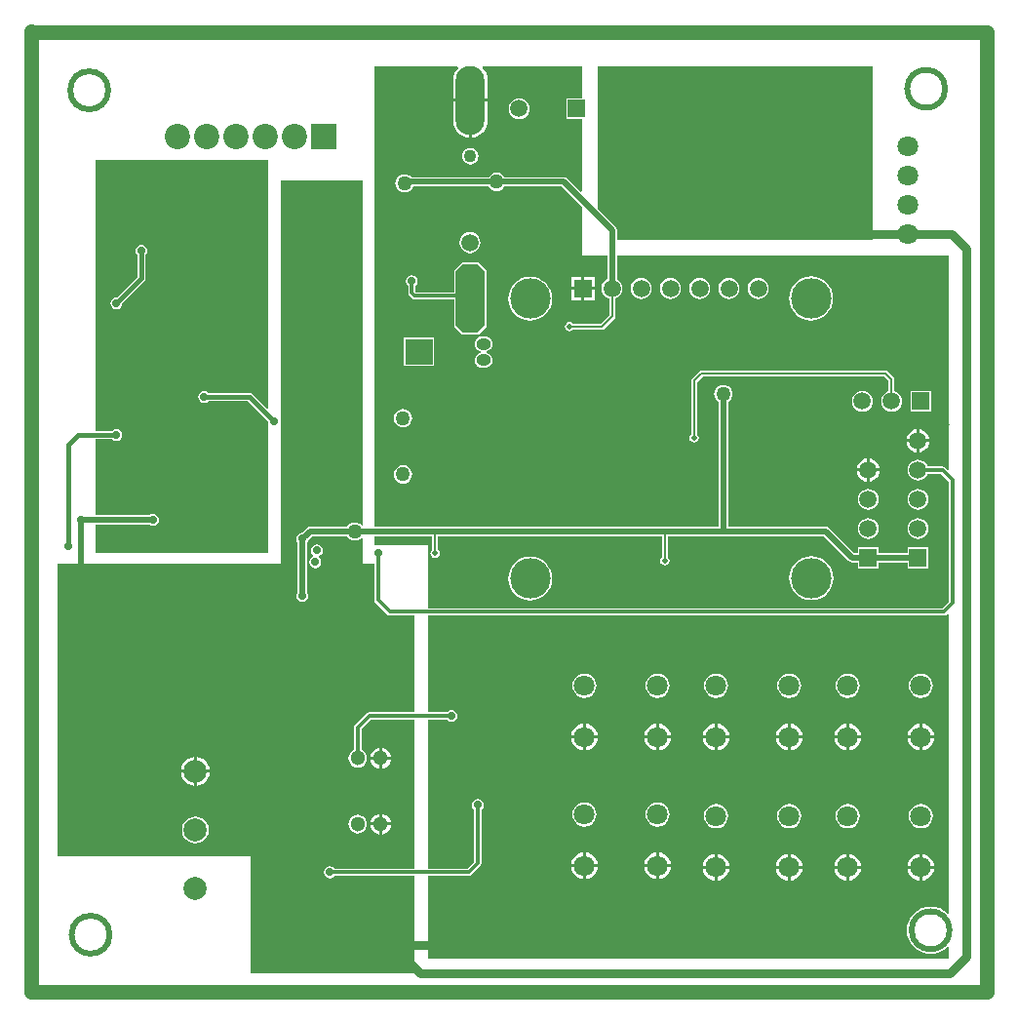
<source format=gbl>
G04*
G04 #@! TF.GenerationSoftware,Altium Limited,Altium Designer,20.0.1 (14)*
G04*
G04 Layer_Physical_Order=2*
G04 Layer_Color=16711680*
%FSLAX25Y25*%
%MOIN*%
G70*
G01*
G75*
%ADD11C,0.00800*%
%ADD14C,0.01200*%
%ADD19C,0.02000*%
%ADD20C,0.05000*%
%ADD81C,0.01500*%
%ADD82C,0.03000*%
%ADD86R,0.08661X0.08661*%
%ADD87C,0.08661*%
%ADD88C,0.07087*%
%ADD89C,0.05906*%
%ADD90R,0.05906X0.05906*%
%ADD91R,0.05906X0.05906*%
%ADD92O,0.05000X0.04000*%
%ADD93C,0.05118*%
%ADD94C,0.07874*%
%ADD95C,0.04331*%
%ADD96C,0.07087*%
%ADD97C,0.05000*%
%ADD98C,0.13780*%
%ADD99C,0.02800*%
%ADD100C,0.02000*%
%ADD101R,0.09213X0.08600*%
%ADD102O,0.09843X0.23622*%
G04:AMPARAMS|DCode=103|XSize=98.43mil|YSize=236.22mil|CornerRadius=0mil|HoleSize=0mil|Usage=FLASHONLY|Rotation=180.000|XOffset=0mil|YOffset=0mil|HoleType=Round|Shape=Octagon|*
%AMOCTAGOND103*
4,1,8,0.02461,-0.11811,-0.02461,-0.11811,-0.04921,-0.09350,-0.04921,0.09350,-0.02461,0.11811,0.02461,0.11811,0.04921,0.09350,0.04921,-0.09350,0.02461,-0.11811,0.0*
%
%ADD103OCTAGOND103*%

G36*
X188112Y-22447D02*
X182790D01*
Y-29553D01*
X188112D01*
Y-54152D01*
X187650Y-54343D01*
X183153Y-49847D01*
X182624Y-49493D01*
X182000Y-49369D01*
X161656D01*
X161211Y-48789D01*
X160563Y-48292D01*
X159809Y-47980D01*
X159000Y-47873D01*
X158191Y-47980D01*
X157437Y-48292D01*
X156789Y-48789D01*
X156344Y-49369D01*
X129772D01*
X129711Y-49289D01*
X129063Y-48792D01*
X128309Y-48480D01*
X127500Y-48373D01*
X126691Y-48480D01*
X125937Y-48792D01*
X125289Y-49289D01*
X124792Y-49937D01*
X124480Y-50691D01*
X124373Y-51500D01*
X124480Y-52309D01*
X124792Y-53063D01*
X125289Y-53711D01*
X125937Y-54208D01*
X126691Y-54520D01*
X127500Y-54627D01*
X128309Y-54520D01*
X129063Y-54208D01*
X129711Y-53711D01*
X130208Y-53063D01*
X130387Y-52631D01*
X156344D01*
X156789Y-53211D01*
X157437Y-53708D01*
X158191Y-54020D01*
X159000Y-54127D01*
X159809Y-54020D01*
X160563Y-53708D01*
X161211Y-53211D01*
X161656Y-52631D01*
X181324D01*
X188112Y-59419D01*
Y-76031D01*
X196808D01*
Y-84269D01*
X196647Y-84336D01*
X195905Y-84905D01*
X195336Y-85647D01*
X194978Y-86511D01*
X194856Y-87439D01*
X194978Y-88366D01*
X195336Y-89231D01*
X195905Y-89973D01*
X196647Y-90542D01*
X197480Y-90887D01*
Y-96578D01*
X194578Y-99480D01*
X185243D01*
X185153Y-99347D01*
X184624Y-98993D01*
X184000Y-98869D01*
X183376Y-98993D01*
X182846Y-99347D01*
X182493Y-99876D01*
X182369Y-100500D01*
X182493Y-101124D01*
X182846Y-101654D01*
X183376Y-102007D01*
X184000Y-102131D01*
X184624Y-102007D01*
X185153Y-101654D01*
X185243Y-101520D01*
X195000D01*
X195390Y-101442D01*
X195721Y-101221D01*
X199221Y-97721D01*
X199442Y-97390D01*
X199520Y-97000D01*
Y-90837D01*
X200231Y-90542D01*
X200973Y-89973D01*
X201542Y-89231D01*
X201900Y-88366D01*
X202022Y-87439D01*
X201900Y-86511D01*
X201542Y-85647D01*
X200973Y-84905D01*
X200231Y-84336D01*
X200070Y-84269D01*
Y-76031D01*
X313612D01*
Y-133531D01*
X313612D01*
X313759Y-133885D01*
X313612Y-134031D01*
Y-149229D01*
X313150Y-149420D01*
X312365Y-148635D01*
X311968Y-148370D01*
X311500Y-148276D01*
X306339D01*
X306103Y-147708D01*
X305534Y-146966D01*
X304792Y-146397D01*
X303927Y-146039D01*
X303000Y-145917D01*
X302073Y-146039D01*
X301208Y-146397D01*
X300466Y-146966D01*
X299897Y-147708D01*
X299539Y-148573D01*
X299417Y-149500D01*
X299539Y-150427D01*
X299897Y-151292D01*
X300466Y-152034D01*
X301208Y-152603D01*
X302073Y-152961D01*
X303000Y-153083D01*
X303927Y-152961D01*
X304792Y-152603D01*
X305534Y-152034D01*
X306103Y-151292D01*
X306339Y-150724D01*
X310993D01*
X313612Y-153342D01*
Y-194658D01*
X311493Y-196776D01*
X135612D01*
Y-175031D01*
X117112D01*
Y-172131D01*
X136980D01*
Y-176757D01*
X136846Y-176847D01*
X136493Y-177376D01*
X136369Y-178000D01*
X136493Y-178624D01*
X136846Y-179154D01*
X137376Y-179507D01*
X138000Y-179631D01*
X138624Y-179507D01*
X139154Y-179154D01*
X139507Y-178624D01*
X139631Y-178000D01*
X139507Y-177376D01*
X139154Y-176847D01*
X139020Y-176757D01*
Y-172131D01*
X215480D01*
Y-179257D01*
X215347Y-179347D01*
X214993Y-179876D01*
X214869Y-180500D01*
X214993Y-181124D01*
X215347Y-181653D01*
X215876Y-182007D01*
X216500Y-182131D01*
X217124Y-182007D01*
X217653Y-181653D01*
X218007Y-181124D01*
X218131Y-180500D01*
X218007Y-179876D01*
X217653Y-179347D01*
X217520Y-179257D01*
Y-172131D01*
X270824D01*
X279346Y-180654D01*
X279876Y-181007D01*
X280500Y-181131D01*
X282447D01*
Y-183053D01*
X289553D01*
Y-181131D01*
X299447D01*
Y-183053D01*
X306553D01*
Y-175947D01*
X299447D01*
Y-177869D01*
X289553D01*
Y-175947D01*
X282447D01*
Y-177869D01*
X281176D01*
X272654Y-169346D01*
X272124Y-168993D01*
X271500Y-168869D01*
X238131D01*
Y-126156D01*
X238711Y-125711D01*
X239208Y-125063D01*
X239520Y-124309D01*
X239627Y-123500D01*
X239520Y-122691D01*
X239208Y-121937D01*
X238711Y-121289D01*
X238063Y-120792D01*
X237309Y-120480D01*
X236500Y-120373D01*
X235691Y-120480D01*
X234937Y-120792D01*
X234289Y-121289D01*
X233792Y-121937D01*
X233480Y-122691D01*
X233373Y-123500D01*
X233480Y-124309D01*
X233792Y-125063D01*
X234289Y-125711D01*
X234869Y-126156D01*
Y-168869D01*
X117112D01*
Y-11531D01*
X145684D01*
X145852Y-12002D01*
X145793Y-12051D01*
X145053Y-12953D01*
X144503Y-13982D01*
X144164Y-15098D01*
X144050Y-16258D01*
Y-22648D01*
X150000D01*
X155950D01*
Y-16258D01*
X155836Y-15098D01*
X155497Y-13982D01*
X154947Y-12953D01*
X154207Y-12051D01*
X154148Y-12002D01*
X154316Y-11531D01*
X188112D01*
Y-22447D01*
D02*
G37*
G36*
X287500Y-71000D02*
X200070D01*
Y-67439D01*
X199946Y-66815D01*
X199592Y-66285D01*
X193500Y-60193D01*
Y-11500D01*
X287500D01*
Y-71000D01*
D02*
G37*
G36*
X81027Y-128427D02*
X80565Y-128618D01*
X75473Y-123527D01*
X75027Y-123228D01*
X74500Y-123124D01*
X60486D01*
X60442Y-123058D01*
X59780Y-122616D01*
X59000Y-122461D01*
X58220Y-122616D01*
X57558Y-123058D01*
X57116Y-123720D01*
X56961Y-124500D01*
X57116Y-125280D01*
X57558Y-125942D01*
X58220Y-126384D01*
X59000Y-126539D01*
X59780Y-126384D01*
X60442Y-125942D01*
X60486Y-125876D01*
X73930D01*
X80976Y-132923D01*
X80961Y-133000D01*
X81027Y-133331D01*
Y-177988D01*
X22027Y-177988D01*
Y-168131D01*
X40342D01*
X40720Y-168384D01*
X41500Y-168539D01*
X42280Y-168384D01*
X42942Y-167942D01*
X43384Y-167280D01*
X43539Y-166500D01*
X43384Y-165720D01*
X42942Y-165058D01*
X42280Y-164616D01*
X41500Y-164461D01*
X40720Y-164616D01*
X40342Y-164869D01*
X22027D01*
X22027Y-138876D01*
X27514D01*
X27558Y-138942D01*
X28220Y-139384D01*
X29000Y-139539D01*
X29780Y-139384D01*
X30442Y-138942D01*
X30884Y-138280D01*
X31039Y-137500D01*
X30884Y-136720D01*
X30442Y-136058D01*
X29780Y-135616D01*
X29000Y-135461D01*
X28220Y-135616D01*
X27558Y-136058D01*
X27514Y-136124D01*
X22027D01*
X22027Y-43488D01*
X81027Y-43488D01*
Y-128427D01*
D02*
G37*
G36*
X113365Y-168320D02*
X112865Y-168490D01*
X112711Y-168289D01*
X112063Y-167792D01*
X111309Y-167480D01*
X110500Y-167373D01*
X109691Y-167480D01*
X108937Y-167792D01*
X108289Y-168289D01*
X107844Y-168869D01*
X95217D01*
X94592Y-168993D01*
X94063Y-169346D01*
X92455Y-170955D01*
X92443Y-170972D01*
X91720Y-171116D01*
X91058Y-171558D01*
X90616Y-172220D01*
X90461Y-173000D01*
X90616Y-173780D01*
X90869Y-174158D01*
Y-191342D01*
X90616Y-191720D01*
X90461Y-192500D01*
X90616Y-193280D01*
X91058Y-193942D01*
X91720Y-194384D01*
X92500Y-194539D01*
X93280Y-194384D01*
X93942Y-193942D01*
X94384Y-193280D01*
X94539Y-192500D01*
X94384Y-191720D01*
X94131Y-191342D01*
Y-174158D01*
X94384Y-173780D01*
X94445Y-173473D01*
X94762Y-173262D01*
X95892Y-172131D01*
X107844D01*
X108289Y-172711D01*
X108937Y-173208D01*
X109691Y-173520D01*
X110500Y-173627D01*
X111309Y-173520D01*
X112063Y-173208D01*
X112711Y-172711D01*
X112865Y-172510D01*
X113365Y-172680D01*
Y-181365D01*
X117277D01*
Y-194000D01*
X117370Y-194468D01*
X117635Y-194865D01*
X121635Y-198865D01*
X122032Y-199130D01*
X122500Y-199223D01*
X130865D01*
Y-232277D01*
X115500D01*
X115032Y-232370D01*
X114635Y-232635D01*
X110635Y-236635D01*
X110370Y-237032D01*
X110276Y-237500D01*
Y-245088D01*
X109907Y-245241D01*
X109247Y-245747D01*
X108741Y-246407D01*
X108422Y-247175D01*
X108314Y-248000D01*
X108422Y-248825D01*
X108741Y-249593D01*
X109247Y-250253D01*
X109907Y-250759D01*
X110675Y-251078D01*
X111500Y-251186D01*
X112325Y-251078D01*
X113093Y-250759D01*
X113753Y-250253D01*
X114259Y-249593D01*
X114578Y-248825D01*
X114686Y-248000D01*
X114578Y-247175D01*
X114259Y-246407D01*
X113753Y-245747D01*
X113093Y-245241D01*
X112724Y-245088D01*
Y-238007D01*
X116007Y-234723D01*
X130865D01*
X130865Y-285776D01*
X103588D01*
X103442Y-285558D01*
X102780Y-285116D01*
X102000Y-284961D01*
X101220Y-285116D01*
X100558Y-285558D01*
X100116Y-286220D01*
X99961Y-287000D01*
X100116Y-287780D01*
X100558Y-288442D01*
X101220Y-288884D01*
X102000Y-289039D01*
X102780Y-288884D01*
X103442Y-288442D01*
X103588Y-288224D01*
X130865D01*
Y-321365D01*
X74865D01*
Y-281365D01*
X8865D01*
Y-181365D01*
X85365D01*
Y-50365D01*
X113365D01*
X113365Y-168320D01*
D02*
G37*
G36*
X313612Y-198771D02*
Y-300984D01*
X313141Y-301153D01*
X313067Y-301062D01*
X311835Y-300051D01*
X310428Y-299299D01*
X308902Y-298836D01*
X307315Y-298680D01*
X305728Y-298836D01*
X304202Y-299299D01*
X302795Y-300051D01*
X301562Y-301062D01*
X300551Y-302295D01*
X299799Y-303702D01*
X299336Y-305228D01*
X299180Y-306815D01*
X299336Y-308402D01*
X299799Y-309928D01*
X300551Y-311335D01*
X301562Y-312567D01*
X302795Y-313579D01*
X304202Y-314331D01*
X305728Y-314794D01*
X307315Y-314950D01*
X308902Y-314794D01*
X310428Y-314331D01*
X311835Y-313579D01*
X313067Y-312567D01*
X313141Y-312477D01*
X313612Y-312646D01*
Y-316531D01*
X135612D01*
Y-288224D01*
X149500D01*
X149968Y-288130D01*
X150365Y-287865D01*
X153365Y-284865D01*
X153630Y-284468D01*
X153724Y-284000D01*
Y-265588D01*
X153942Y-265442D01*
X154384Y-264780D01*
X154539Y-264000D01*
X154384Y-263220D01*
X153942Y-262558D01*
X153280Y-262116D01*
X152500Y-261961D01*
X151720Y-262116D01*
X151058Y-262558D01*
X150616Y-263220D01*
X150461Y-264000D01*
X150616Y-264780D01*
X151058Y-265442D01*
X151277Y-265588D01*
Y-283493D01*
X148993Y-285776D01*
X135612D01*
Y-234723D01*
X141912D01*
X142058Y-234942D01*
X142720Y-235384D01*
X143500Y-235539D01*
X144280Y-235384D01*
X144942Y-234942D01*
X145384Y-234280D01*
X145539Y-233500D01*
X145384Y-232720D01*
X144942Y-232058D01*
X144280Y-231616D01*
X143500Y-231461D01*
X142720Y-231616D01*
X142058Y-232058D01*
X141912Y-232277D01*
X135612D01*
Y-199223D01*
X312000D01*
X312468Y-199130D01*
X312865Y-198865D01*
X313150Y-198580D01*
X313612Y-198771D01*
D02*
G37*
%LPC*%
G36*
X166657Y-22417D02*
X165730Y-22539D01*
X164866Y-22897D01*
X164124Y-23466D01*
X163554Y-24208D01*
X163196Y-25073D01*
X163074Y-26000D01*
X163196Y-26927D01*
X163554Y-27792D01*
X164124Y-28534D01*
X164866Y-29103D01*
X165730Y-29461D01*
X166657Y-29583D01*
X167585Y-29461D01*
X168449Y-29103D01*
X169191Y-28534D01*
X169761Y-27792D01*
X170119Y-26927D01*
X170241Y-26000D01*
X170119Y-25073D01*
X169761Y-24208D01*
X169191Y-23466D01*
X168449Y-22897D01*
X167585Y-22539D01*
X166657Y-22417D01*
D02*
G37*
G36*
X155950Y-23648D02*
X150500D01*
Y-35939D01*
X151161Y-35873D01*
X152277Y-35535D01*
X153306Y-34985D01*
X154207Y-34245D01*
X154947Y-33343D01*
X155497Y-32315D01*
X155836Y-31199D01*
X155950Y-30038D01*
Y-23648D01*
D02*
G37*
G36*
X149500D02*
X144050D01*
Y-30038D01*
X144164Y-31199D01*
X144503Y-32315D01*
X145053Y-33343D01*
X145793Y-34245D01*
X146694Y-34985D01*
X147723Y-35535D01*
X148839Y-35873D01*
X149500Y-35939D01*
Y-23648D01*
D02*
G37*
G36*
X150000Y-39453D02*
X149278Y-39548D01*
X148605Y-39827D01*
X148028Y-40270D01*
X147584Y-40848D01*
X147306Y-41521D01*
X147211Y-42243D01*
X147306Y-42965D01*
X147584Y-43637D01*
X148028Y-44215D01*
X148605Y-44658D01*
X149278Y-44937D01*
X150000Y-45032D01*
X150722Y-44937D01*
X151395Y-44658D01*
X151972Y-44215D01*
X152416Y-43637D01*
X152694Y-42965D01*
X152789Y-42243D01*
X152694Y-41521D01*
X152416Y-40848D01*
X151972Y-40270D01*
X151395Y-39827D01*
X150722Y-39548D01*
X150000Y-39453D01*
D02*
G37*
G36*
X149902Y-68187D02*
X148974Y-68309D01*
X148110Y-68667D01*
X147368Y-69236D01*
X146798Y-69978D01*
X146440Y-70843D01*
X146318Y-71770D01*
X146440Y-72698D01*
X146798Y-73562D01*
X147368Y-74304D01*
X148110Y-74873D01*
X148974Y-75231D01*
X149902Y-75353D01*
X150829Y-75231D01*
X151693Y-74873D01*
X152435Y-74304D01*
X153005Y-73562D01*
X153363Y-72698D01*
X153485Y-71770D01*
X153363Y-70843D01*
X153005Y-69978D01*
X152435Y-69236D01*
X151693Y-68667D01*
X150829Y-68309D01*
X149902Y-68187D01*
D02*
G37*
G36*
X192392Y-83486D02*
X188939D01*
Y-86939D01*
X192392D01*
Y-83486D01*
D02*
G37*
G36*
X187939D02*
X184486D01*
Y-86939D01*
X187939D01*
Y-83486D01*
D02*
G37*
G36*
X152761Y-78454D02*
X147239D01*
X144479Y-81214D01*
Y-88776D01*
X131507D01*
X131223Y-88493D01*
Y-86588D01*
X131442Y-86442D01*
X131884Y-85780D01*
X132039Y-85000D01*
X131884Y-84220D01*
X131442Y-83558D01*
X130780Y-83116D01*
X130000Y-82961D01*
X129220Y-83116D01*
X128558Y-83558D01*
X128116Y-84220D01*
X127961Y-85000D01*
X128116Y-85780D01*
X128558Y-86442D01*
X128777Y-86588D01*
Y-89000D01*
X128870Y-89468D01*
X129135Y-89865D01*
X130135Y-90865D01*
X130532Y-91130D01*
X131000Y-91224D01*
X144479D01*
Y-100515D01*
X147239Y-103276D01*
X152761D01*
X155521Y-100515D01*
Y-81214D01*
X152761Y-78454D01*
D02*
G37*
G36*
X248439Y-83856D02*
X247512Y-83978D01*
X246647Y-84336D01*
X245905Y-84905D01*
X245336Y-85647D01*
X244978Y-86511D01*
X244856Y-87439D01*
X244978Y-88366D01*
X245336Y-89231D01*
X245905Y-89973D01*
X246647Y-90542D01*
X247512Y-90900D01*
X248439Y-91022D01*
X249366Y-90900D01*
X250231Y-90542D01*
X250973Y-89973D01*
X251542Y-89231D01*
X251900Y-88366D01*
X252022Y-87439D01*
X251900Y-86511D01*
X251542Y-85647D01*
X250973Y-84905D01*
X250231Y-84336D01*
X249366Y-83978D01*
X248439Y-83856D01*
D02*
G37*
G36*
X238439D02*
X237511Y-83978D01*
X236647Y-84336D01*
X235905Y-84905D01*
X235336Y-85647D01*
X234978Y-86511D01*
X234856Y-87439D01*
X234978Y-88366D01*
X235336Y-89231D01*
X235905Y-89973D01*
X236647Y-90542D01*
X237511Y-90900D01*
X238439Y-91022D01*
X239366Y-90900D01*
X240231Y-90542D01*
X240973Y-89973D01*
X241542Y-89231D01*
X241900Y-88366D01*
X242022Y-87439D01*
X241900Y-86511D01*
X241542Y-85647D01*
X240973Y-84905D01*
X240231Y-84336D01*
X239366Y-83978D01*
X238439Y-83856D01*
D02*
G37*
G36*
X228439D02*
X227512Y-83978D01*
X226647Y-84336D01*
X225905Y-84905D01*
X225336Y-85647D01*
X224978Y-86511D01*
X224856Y-87439D01*
X224978Y-88366D01*
X225336Y-89231D01*
X225905Y-89973D01*
X226647Y-90542D01*
X227512Y-90900D01*
X228439Y-91022D01*
X229366Y-90900D01*
X230231Y-90542D01*
X230973Y-89973D01*
X231542Y-89231D01*
X231900Y-88366D01*
X232022Y-87439D01*
X231900Y-86511D01*
X231542Y-85647D01*
X230973Y-84905D01*
X230231Y-84336D01*
X229366Y-83978D01*
X228439Y-83856D01*
D02*
G37*
G36*
X218439D02*
X217512Y-83978D01*
X216647Y-84336D01*
X215905Y-84905D01*
X215336Y-85647D01*
X214978Y-86511D01*
X214856Y-87439D01*
X214978Y-88366D01*
X215336Y-89231D01*
X215905Y-89973D01*
X216647Y-90542D01*
X217512Y-90900D01*
X218439Y-91022D01*
X219366Y-90900D01*
X220231Y-90542D01*
X220973Y-89973D01*
X221542Y-89231D01*
X221900Y-88366D01*
X222022Y-87439D01*
X221900Y-86511D01*
X221542Y-85647D01*
X220973Y-84905D01*
X220231Y-84336D01*
X219366Y-83978D01*
X218439Y-83856D01*
D02*
G37*
G36*
X208439D02*
X207511Y-83978D01*
X206647Y-84336D01*
X205905Y-84905D01*
X205336Y-85647D01*
X204978Y-86511D01*
X204856Y-87439D01*
X204978Y-88366D01*
X205336Y-89231D01*
X205905Y-89973D01*
X206647Y-90542D01*
X207511Y-90900D01*
X208439Y-91022D01*
X209366Y-90900D01*
X210231Y-90542D01*
X210973Y-89973D01*
X211542Y-89231D01*
X211900Y-88366D01*
X212022Y-87439D01*
X211900Y-86511D01*
X211542Y-85647D01*
X210973Y-84905D01*
X210231Y-84336D01*
X209366Y-83978D01*
X208439Y-83856D01*
D02*
G37*
G36*
X192392Y-87939D02*
X188939D01*
Y-91392D01*
X192392D01*
Y-87939D01*
D02*
G37*
G36*
X187939D02*
X184486D01*
Y-91392D01*
X187939D01*
Y-87939D01*
D02*
G37*
G36*
X266439Y-83291D02*
X264971Y-83435D01*
X263559Y-83864D01*
X262258Y-84559D01*
X261117Y-85495D01*
X260181Y-86636D01*
X259486Y-87937D01*
X259058Y-89349D01*
X258913Y-90817D01*
X259058Y-92285D01*
X259486Y-93697D01*
X260181Y-94998D01*
X261117Y-96139D01*
X262258Y-97075D01*
X263559Y-97770D01*
X264971Y-98198D01*
X266439Y-98343D01*
X267907Y-98198D01*
X269319Y-97770D01*
X270620Y-97075D01*
X271761Y-96139D01*
X272697Y-94998D01*
X273392Y-93697D01*
X273820Y-92285D01*
X273965Y-90817D01*
X273820Y-89349D01*
X273392Y-87937D01*
X272697Y-86636D01*
X271761Y-85495D01*
X270620Y-84559D01*
X269319Y-83864D01*
X267907Y-83435D01*
X266439Y-83291D01*
D02*
G37*
G36*
X170439Y-83413D02*
X168971Y-83558D01*
X167559Y-83986D01*
X166258Y-84681D01*
X165117Y-85617D01*
X164181Y-86758D01*
X163486Y-88059D01*
X163058Y-89471D01*
X162913Y-90939D01*
X163058Y-92407D01*
X163486Y-93819D01*
X164181Y-95120D01*
X165117Y-96261D01*
X166258Y-97197D01*
X167559Y-97892D01*
X168971Y-98320D01*
X170439Y-98465D01*
X171907Y-98320D01*
X173319Y-97892D01*
X174620Y-97197D01*
X175761Y-96261D01*
X176697Y-95120D01*
X177392Y-93819D01*
X177820Y-92407D01*
X177965Y-90939D01*
X177820Y-89471D01*
X177392Y-88059D01*
X176697Y-86758D01*
X175761Y-85617D01*
X174620Y-84681D01*
X173319Y-83986D01*
X171907Y-83558D01*
X170439Y-83413D01*
D02*
G37*
G36*
X137706Y-104200D02*
X127294D01*
Y-114000D01*
X137706D01*
Y-104200D01*
D02*
G37*
G36*
X155000Y-103778D02*
X154000D01*
X153321Y-103867D01*
X152689Y-104129D01*
X152146Y-104546D01*
X151729Y-105089D01*
X151467Y-105721D01*
X151378Y-106400D01*
X151467Y-107079D01*
X151729Y-107711D01*
X152146Y-108254D01*
X152689Y-108671D01*
X153321Y-108933D01*
X153433Y-108948D01*
Y-109452D01*
X153321Y-109467D01*
X152689Y-109729D01*
X152146Y-110146D01*
X151729Y-110689D01*
X151467Y-111321D01*
X151378Y-112000D01*
X151467Y-112679D01*
X151729Y-113311D01*
X152146Y-113854D01*
X152689Y-114271D01*
X153321Y-114533D01*
X154000Y-114622D01*
X155000D01*
X155679Y-114533D01*
X156311Y-114271D01*
X156854Y-113854D01*
X157271Y-113311D01*
X157533Y-112679D01*
X157622Y-112000D01*
X157533Y-111321D01*
X157271Y-110689D01*
X156854Y-110146D01*
X156311Y-109729D01*
X155679Y-109467D01*
X155567Y-109452D01*
Y-108948D01*
X155679Y-108933D01*
X156311Y-108671D01*
X156854Y-108254D01*
X157271Y-107711D01*
X157533Y-107079D01*
X157622Y-106400D01*
X157533Y-105721D01*
X157271Y-105089D01*
X156854Y-104546D01*
X156311Y-104129D01*
X155679Y-103867D01*
X155000Y-103778D01*
D02*
G37*
G36*
X307553Y-122447D02*
X300447D01*
Y-129553D01*
X307553D01*
Y-122447D01*
D02*
G37*
G36*
X292000Y-115480D02*
X229000D01*
X228610Y-115558D01*
X228279Y-115779D01*
X225779Y-118279D01*
X225558Y-118610D01*
X225480Y-119000D01*
Y-137257D01*
X225346Y-137346D01*
X224993Y-137876D01*
X224869Y-138500D01*
X224993Y-139124D01*
X225346Y-139654D01*
X225876Y-140007D01*
X226500Y-140131D01*
X227124Y-140007D01*
X227654Y-139654D01*
X228007Y-139124D01*
X228131Y-138500D01*
X228007Y-137876D01*
X227654Y-137346D01*
X227520Y-137257D01*
Y-119422D01*
X229422Y-117520D01*
X291578D01*
X292980Y-118922D01*
Y-122577D01*
X292208Y-122897D01*
X291466Y-123466D01*
X290897Y-124208D01*
X290539Y-125073D01*
X290417Y-126000D01*
X290539Y-126927D01*
X290897Y-127792D01*
X291466Y-128534D01*
X292208Y-129103D01*
X293073Y-129461D01*
X294000Y-129583D01*
X294927Y-129461D01*
X295792Y-129103D01*
X296534Y-128534D01*
X297103Y-127792D01*
X297461Y-126927D01*
X297583Y-126000D01*
X297461Y-125073D01*
X297103Y-124208D01*
X296534Y-123466D01*
X295792Y-122897D01*
X295020Y-122577D01*
Y-118500D01*
X294942Y-118110D01*
X294721Y-117779D01*
X292721Y-115779D01*
X292390Y-115558D01*
X292000Y-115480D01*
D02*
G37*
G36*
X284000Y-122417D02*
X283073Y-122539D01*
X282208Y-122897D01*
X281466Y-123466D01*
X280897Y-124208D01*
X280539Y-125073D01*
X280417Y-126000D01*
X280539Y-126927D01*
X280897Y-127792D01*
X281466Y-128534D01*
X282208Y-129103D01*
X283073Y-129461D01*
X284000Y-129583D01*
X284927Y-129461D01*
X285792Y-129103D01*
X286534Y-128534D01*
X287103Y-127792D01*
X287461Y-126927D01*
X287583Y-126000D01*
X287461Y-125073D01*
X287103Y-124208D01*
X286534Y-123466D01*
X285792Y-122897D01*
X284927Y-122539D01*
X284000Y-122417D01*
D02*
G37*
G36*
X127000Y-128661D02*
X126191Y-128767D01*
X125437Y-129080D01*
X124789Y-129576D01*
X124292Y-130224D01*
X123980Y-130978D01*
X123873Y-131787D01*
X123980Y-132597D01*
X124292Y-133351D01*
X124789Y-133998D01*
X125437Y-134495D01*
X126191Y-134808D01*
X127000Y-134914D01*
X127809Y-134808D01*
X128563Y-134495D01*
X129211Y-133998D01*
X129708Y-133351D01*
X130020Y-132597D01*
X130127Y-131787D01*
X130020Y-130978D01*
X129708Y-130224D01*
X129211Y-129576D01*
X128563Y-129080D01*
X127809Y-128767D01*
X127000Y-128661D01*
D02*
G37*
G36*
X303500Y-135579D02*
Y-139000D01*
X306921D01*
X306851Y-138468D01*
X306453Y-137507D01*
X305819Y-136681D01*
X304993Y-136047D01*
X304032Y-135649D01*
X303500Y-135579D01*
D02*
G37*
G36*
X302500D02*
X301968Y-135649D01*
X301007Y-136047D01*
X300181Y-136681D01*
X299547Y-137507D01*
X299149Y-138468D01*
X299079Y-139000D01*
X302500D01*
Y-135579D01*
D02*
G37*
G36*
X306921Y-140000D02*
X303500D01*
Y-143421D01*
X304032Y-143351D01*
X304993Y-142953D01*
X305819Y-142319D01*
X306453Y-141493D01*
X306851Y-140532D01*
X306921Y-140000D01*
D02*
G37*
G36*
X302500D02*
X299079D01*
X299149Y-140532D01*
X299547Y-141493D01*
X300181Y-142319D01*
X301007Y-142953D01*
X301968Y-143351D01*
X302500Y-143421D01*
Y-140000D01*
D02*
G37*
G36*
X286500Y-145579D02*
Y-149000D01*
X289921D01*
X289851Y-148468D01*
X289453Y-147507D01*
X288819Y-146681D01*
X287993Y-146047D01*
X287032Y-145649D01*
X286500Y-145579D01*
D02*
G37*
G36*
X285500D02*
X284968Y-145649D01*
X284007Y-146047D01*
X283181Y-146681D01*
X282547Y-147507D01*
X282149Y-148468D01*
X282079Y-149000D01*
X285500D01*
Y-145579D01*
D02*
G37*
G36*
X289921Y-150000D02*
X286500D01*
Y-153421D01*
X287032Y-153351D01*
X287993Y-152953D01*
X288819Y-152319D01*
X289453Y-151493D01*
X289851Y-150532D01*
X289921Y-150000D01*
D02*
G37*
G36*
X285500D02*
X282079D01*
X282149Y-150532D01*
X282547Y-151493D01*
X283181Y-152319D01*
X284007Y-152953D01*
X284968Y-153351D01*
X285500Y-153421D01*
Y-150000D01*
D02*
G37*
G36*
X127000Y-147873D02*
X126191Y-147980D01*
X125437Y-148292D01*
X124789Y-148789D01*
X124292Y-149437D01*
X123980Y-150191D01*
X123873Y-151000D01*
X123980Y-151809D01*
X124292Y-152563D01*
X124789Y-153211D01*
X125437Y-153708D01*
X126191Y-154020D01*
X127000Y-154127D01*
X127809Y-154020D01*
X128563Y-153708D01*
X129211Y-153211D01*
X129708Y-152563D01*
X130020Y-151809D01*
X130127Y-151000D01*
X130020Y-150191D01*
X129708Y-149437D01*
X129211Y-148789D01*
X128563Y-148292D01*
X127809Y-147980D01*
X127000Y-147873D01*
D02*
G37*
G36*
X303000Y-155917D02*
X302073Y-156039D01*
X301208Y-156397D01*
X300466Y-156966D01*
X299897Y-157708D01*
X299539Y-158573D01*
X299417Y-159500D01*
X299539Y-160427D01*
X299897Y-161292D01*
X300466Y-162034D01*
X301208Y-162603D01*
X302073Y-162961D01*
X303000Y-163083D01*
X303927Y-162961D01*
X304792Y-162603D01*
X305534Y-162034D01*
X306103Y-161292D01*
X306461Y-160427D01*
X306583Y-159500D01*
X306461Y-158573D01*
X306103Y-157708D01*
X305534Y-156966D01*
X304792Y-156397D01*
X303927Y-156039D01*
X303000Y-155917D01*
D02*
G37*
G36*
X286000D02*
X285073Y-156039D01*
X284208Y-156397D01*
X283466Y-156966D01*
X282897Y-157708D01*
X282539Y-158573D01*
X282417Y-159500D01*
X282539Y-160427D01*
X282897Y-161292D01*
X283466Y-162034D01*
X284208Y-162603D01*
X285073Y-162961D01*
X286000Y-163083D01*
X286927Y-162961D01*
X287792Y-162603D01*
X288534Y-162034D01*
X289103Y-161292D01*
X289461Y-160427D01*
X289583Y-159500D01*
X289461Y-158573D01*
X289103Y-157708D01*
X288534Y-156966D01*
X287792Y-156397D01*
X286927Y-156039D01*
X286000Y-155917D01*
D02*
G37*
G36*
X303000Y-165917D02*
X302073Y-166039D01*
X301208Y-166397D01*
X300466Y-166966D01*
X299897Y-167708D01*
X299539Y-168573D01*
X299417Y-169500D01*
X299539Y-170427D01*
X299897Y-171292D01*
X300466Y-172034D01*
X301208Y-172603D01*
X302073Y-172961D01*
X303000Y-173083D01*
X303927Y-172961D01*
X304792Y-172603D01*
X305534Y-172034D01*
X306103Y-171292D01*
X306461Y-170427D01*
X306583Y-169500D01*
X306461Y-168573D01*
X306103Y-167708D01*
X305534Y-166966D01*
X304792Y-166397D01*
X303927Y-166039D01*
X303000Y-165917D01*
D02*
G37*
G36*
X286000D02*
X285073Y-166039D01*
X284208Y-166397D01*
X283466Y-166966D01*
X282897Y-167708D01*
X282539Y-168573D01*
X282417Y-169500D01*
X282539Y-170427D01*
X282897Y-171292D01*
X283466Y-172034D01*
X284208Y-172603D01*
X285073Y-172961D01*
X286000Y-173083D01*
X286927Y-172961D01*
X287792Y-172603D01*
X288534Y-172034D01*
X289103Y-171292D01*
X289461Y-170427D01*
X289583Y-169500D01*
X289461Y-168573D01*
X289103Y-167708D01*
X288534Y-166966D01*
X287792Y-166397D01*
X286927Y-166039D01*
X286000Y-165917D01*
D02*
G37*
G36*
X266561Y-178913D02*
X265093Y-179058D01*
X263681Y-179486D01*
X262380Y-180181D01*
X261239Y-181117D01*
X260303Y-182258D01*
X259608Y-183559D01*
X259180Y-184971D01*
X259035Y-186439D01*
X259180Y-187907D01*
X259608Y-189319D01*
X260303Y-190620D01*
X261239Y-191761D01*
X262380Y-192697D01*
X263681Y-193392D01*
X265093Y-193820D01*
X266561Y-193965D01*
X268029Y-193820D01*
X269441Y-193392D01*
X270742Y-192697D01*
X271883Y-191761D01*
X272819Y-190620D01*
X273514Y-189319D01*
X273942Y-187907D01*
X274087Y-186439D01*
X273942Y-184971D01*
X273514Y-183559D01*
X272819Y-182258D01*
X271883Y-181117D01*
X270742Y-180181D01*
X269441Y-179486D01*
X268029Y-179058D01*
X266561Y-178913D01*
D02*
G37*
G36*
X170439Y-179035D02*
X168971Y-179180D01*
X167559Y-179608D01*
X166258Y-180303D01*
X165117Y-181239D01*
X164181Y-182380D01*
X163486Y-183681D01*
X163058Y-185093D01*
X162913Y-186561D01*
X163058Y-188029D01*
X163486Y-189441D01*
X164181Y-190742D01*
X165117Y-191883D01*
X166258Y-192819D01*
X167559Y-193514D01*
X168971Y-193942D01*
X170439Y-194087D01*
X171907Y-193942D01*
X173319Y-193514D01*
X174620Y-192819D01*
X175761Y-191883D01*
X176697Y-190742D01*
X177392Y-189441D01*
X177820Y-188029D01*
X177965Y-186561D01*
X177820Y-185093D01*
X177392Y-183681D01*
X176697Y-182380D01*
X175761Y-181239D01*
X174620Y-180303D01*
X173319Y-179608D01*
X171907Y-179180D01*
X170439Y-179035D01*
D02*
G37*
G36*
X37500Y-72461D02*
X36720Y-72616D01*
X36058Y-73058D01*
X35616Y-73720D01*
X35461Y-74500D01*
X35616Y-75280D01*
X36058Y-75942D01*
X36124Y-75986D01*
Y-83430D01*
X29077Y-90476D01*
X29000Y-90461D01*
X28220Y-90616D01*
X27558Y-91058D01*
X27116Y-91720D01*
X26961Y-92500D01*
X27116Y-93280D01*
X27558Y-93942D01*
X28220Y-94384D01*
X29000Y-94539D01*
X29780Y-94384D01*
X30442Y-93942D01*
X30884Y-93280D01*
X31039Y-92500D01*
X31024Y-92423D01*
X38473Y-84973D01*
X38473Y-84973D01*
X38772Y-84527D01*
X38877Y-84000D01*
X38876Y-84000D01*
Y-75986D01*
X38942Y-75942D01*
X39384Y-75280D01*
X39539Y-74500D01*
X39384Y-73720D01*
X38942Y-73058D01*
X38280Y-72616D01*
X37500Y-72461D01*
D02*
G37*
G36*
X97500Y-174961D02*
X96720Y-175116D01*
X96058Y-175558D01*
X95616Y-176220D01*
X95461Y-177000D01*
X95616Y-177780D01*
X96058Y-178442D01*
X96285Y-178593D01*
X96220Y-179116D01*
X95558Y-179558D01*
X95116Y-180220D01*
X94961Y-181000D01*
X95116Y-181780D01*
X95558Y-182442D01*
X96220Y-182884D01*
X97000Y-183039D01*
X97780Y-182884D01*
X98442Y-182442D01*
X98884Y-181780D01*
X99039Y-181000D01*
X98884Y-180220D01*
X98442Y-179558D01*
X98215Y-179407D01*
X98280Y-178884D01*
X98942Y-178442D01*
X99384Y-177780D01*
X99539Y-177000D01*
X99384Y-176220D01*
X98942Y-175558D01*
X98280Y-175116D01*
X97500Y-174961D01*
D02*
G37*
G36*
X119874Y-244476D02*
Y-247500D01*
X122898D01*
X122841Y-247071D01*
X122483Y-246205D01*
X121912Y-245462D01*
X121169Y-244891D01*
X120303Y-244533D01*
X119874Y-244476D01*
D02*
G37*
G36*
X118874D02*
X118445Y-244533D01*
X117579Y-244891D01*
X116836Y-245462D01*
X116265Y-246205D01*
X115907Y-247071D01*
X115850Y-247500D01*
X118874D01*
Y-244476D01*
D02*
G37*
G36*
X122898Y-248500D02*
X119874D01*
Y-251524D01*
X120303Y-251467D01*
X121169Y-251109D01*
X121912Y-250538D01*
X122483Y-249795D01*
X122841Y-248929D01*
X122898Y-248500D01*
D02*
G37*
G36*
X118874D02*
X115850D01*
X115907Y-248929D01*
X116265Y-249795D01*
X116836Y-250538D01*
X117579Y-251109D01*
X118445Y-251467D01*
X118874Y-251524D01*
Y-248500D01*
D02*
G37*
G36*
X56500Y-247586D02*
Y-252000D01*
X60914D01*
X60810Y-251211D01*
X60312Y-250010D01*
X59521Y-248979D01*
X58490Y-248187D01*
X57289Y-247690D01*
X56500Y-247586D01*
D02*
G37*
G36*
X55500D02*
X54711Y-247690D01*
X53510Y-248187D01*
X52479Y-248979D01*
X51688Y-250010D01*
X51190Y-251211D01*
X51086Y-252000D01*
X55500D01*
Y-247586D01*
D02*
G37*
G36*
X60914Y-253000D02*
X56500D01*
Y-257414D01*
X57289Y-257310D01*
X58490Y-256813D01*
X59521Y-256021D01*
X60312Y-254990D01*
X60810Y-253789D01*
X60914Y-253000D01*
D02*
G37*
G36*
X55500D02*
X51086D01*
X51190Y-253789D01*
X51688Y-254990D01*
X52479Y-256021D01*
X53510Y-256813D01*
X54711Y-257310D01*
X55500Y-257414D01*
Y-253000D01*
D02*
G37*
G36*
X119874Y-266976D02*
Y-270000D01*
X122898D01*
X122841Y-269571D01*
X122483Y-268705D01*
X121912Y-267962D01*
X121169Y-267391D01*
X120303Y-267033D01*
X119874Y-266976D01*
D02*
G37*
G36*
X118874D02*
X118445Y-267033D01*
X117579Y-267391D01*
X116836Y-267962D01*
X116265Y-268705D01*
X115907Y-269571D01*
X115850Y-270000D01*
X118874D01*
Y-266976D01*
D02*
G37*
G36*
X111500Y-267314D02*
X110675Y-267422D01*
X109907Y-267741D01*
X109247Y-268247D01*
X108741Y-268907D01*
X108422Y-269675D01*
X108314Y-270500D01*
X108422Y-271325D01*
X108741Y-272093D01*
X109247Y-272753D01*
X109907Y-273259D01*
X110675Y-273578D01*
X111500Y-273686D01*
X112325Y-273578D01*
X113093Y-273259D01*
X113753Y-272753D01*
X114259Y-272093D01*
X114578Y-271325D01*
X114686Y-270500D01*
X114578Y-269675D01*
X114259Y-268907D01*
X113753Y-268247D01*
X113093Y-267741D01*
X112325Y-267422D01*
X111500Y-267314D01*
D02*
G37*
G36*
X122898Y-271000D02*
X119874D01*
Y-274024D01*
X120303Y-273967D01*
X121169Y-273609D01*
X121912Y-273038D01*
X122483Y-272295D01*
X122841Y-271429D01*
X122898Y-271000D01*
D02*
G37*
G36*
X118874D02*
X115850D01*
X115907Y-271429D01*
X116265Y-272295D01*
X116836Y-273038D01*
X117579Y-273609D01*
X118445Y-273967D01*
X118874Y-274024D01*
Y-271000D01*
D02*
G37*
G36*
X56000Y-267924D02*
X54816Y-268080D01*
X53712Y-268537D01*
X52764Y-269264D01*
X52037Y-270212D01*
X51580Y-271316D01*
X51424Y-272500D01*
X51580Y-273684D01*
X52037Y-274788D01*
X52764Y-275736D01*
X53712Y-276463D01*
X54816Y-276920D01*
X56000Y-277076D01*
X57184Y-276920D01*
X58288Y-276463D01*
X59236Y-275736D01*
X59963Y-274788D01*
X60420Y-273684D01*
X60576Y-272500D01*
X60420Y-271316D01*
X59963Y-270212D01*
X59236Y-269264D01*
X58288Y-268537D01*
X57184Y-268080D01*
X56000Y-267924D01*
D02*
G37*
G36*
X214000Y-219071D02*
X212918Y-219213D01*
X211911Y-219631D01*
X211045Y-220295D01*
X210381Y-221161D01*
X209963Y-222168D01*
X209821Y-223250D01*
X209963Y-224332D01*
X210381Y-225340D01*
X211045Y-226205D01*
X211911Y-226869D01*
X212918Y-227287D01*
X214000Y-227429D01*
X215082Y-227287D01*
X216090Y-226869D01*
X216955Y-226205D01*
X217619Y-225340D01*
X218037Y-224332D01*
X218179Y-223250D01*
X218037Y-222168D01*
X217619Y-221161D01*
X216955Y-220295D01*
X216090Y-219631D01*
X215082Y-219213D01*
X214000Y-219071D01*
D02*
G37*
G36*
X189000D02*
X187918Y-219213D01*
X186910Y-219631D01*
X186045Y-220295D01*
X185381Y-221161D01*
X184963Y-222168D01*
X184821Y-223250D01*
X184963Y-224332D01*
X185381Y-225340D01*
X186045Y-226205D01*
X186910Y-226869D01*
X187918Y-227287D01*
X189000Y-227429D01*
X190082Y-227287D01*
X191089Y-226869D01*
X191955Y-226205D01*
X192619Y-225340D01*
X193037Y-224332D01*
X193179Y-223250D01*
X193037Y-222168D01*
X192619Y-221161D01*
X191955Y-220295D01*
X191089Y-219631D01*
X190082Y-219213D01*
X189000Y-219071D01*
D02*
G37*
G36*
X304000Y-219071D02*
X302918Y-219213D01*
X301910Y-219631D01*
X301045Y-220295D01*
X300381Y-221161D01*
X299963Y-222168D01*
X299821Y-223250D01*
X299963Y-224332D01*
X300381Y-225340D01*
X301045Y-226205D01*
X301910Y-226869D01*
X302918Y-227287D01*
X304000Y-227429D01*
X305082Y-227287D01*
X306089Y-226869D01*
X306955Y-226205D01*
X307619Y-225340D01*
X308037Y-224332D01*
X308179Y-223250D01*
X308037Y-222168D01*
X307619Y-221161D01*
X306955Y-220295D01*
X306089Y-219631D01*
X305082Y-219213D01*
X304000Y-219071D01*
D02*
G37*
G36*
X279000D02*
X277918Y-219213D01*
X276910Y-219631D01*
X276045Y-220295D01*
X275381Y-221161D01*
X274963Y-222168D01*
X274821Y-223250D01*
X274963Y-224332D01*
X275381Y-225340D01*
X276045Y-226205D01*
X276910Y-226869D01*
X277918Y-227287D01*
X279000Y-227429D01*
X280082Y-227287D01*
X281089Y-226869D01*
X281955Y-226205D01*
X282619Y-225340D01*
X283037Y-224332D01*
X283179Y-223250D01*
X283037Y-222168D01*
X282619Y-221161D01*
X281955Y-220295D01*
X281089Y-219631D01*
X280082Y-219213D01*
X279000Y-219071D01*
D02*
G37*
G36*
X259000D02*
X257918Y-219213D01*
X256910Y-219631D01*
X256045Y-220295D01*
X255381Y-221161D01*
X254963Y-222168D01*
X254821Y-223250D01*
X254963Y-224332D01*
X255381Y-225340D01*
X256045Y-226205D01*
X256910Y-226869D01*
X257918Y-227287D01*
X259000Y-227429D01*
X260082Y-227287D01*
X261089Y-226869D01*
X261955Y-226205D01*
X262619Y-225340D01*
X263037Y-224332D01*
X263179Y-223250D01*
X263037Y-222168D01*
X262619Y-221161D01*
X261955Y-220295D01*
X261089Y-219631D01*
X260082Y-219213D01*
X259000Y-219071D01*
D02*
G37*
G36*
X234000D02*
X232918Y-219213D01*
X231910Y-219631D01*
X231045Y-220295D01*
X230381Y-221161D01*
X229963Y-222168D01*
X229821Y-223250D01*
X229963Y-224332D01*
X230381Y-225340D01*
X231045Y-226205D01*
X231910Y-226869D01*
X232918Y-227287D01*
X234000Y-227429D01*
X235082Y-227287D01*
X236089Y-226869D01*
X236955Y-226205D01*
X237619Y-225340D01*
X238037Y-224332D01*
X238179Y-223250D01*
X238037Y-222168D01*
X237619Y-221161D01*
X236955Y-220295D01*
X236089Y-219631D01*
X235082Y-219213D01*
X234000Y-219071D01*
D02*
G37*
G36*
X214500Y-236233D02*
Y-240250D01*
X218517D01*
X218426Y-239564D01*
X217969Y-238459D01*
X217240Y-237510D01*
X216291Y-236781D01*
X215186Y-236324D01*
X214500Y-236233D01*
D02*
G37*
G36*
X213500D02*
X212814Y-236324D01*
X211709Y-236781D01*
X210760Y-237510D01*
X210031Y-238459D01*
X209574Y-239564D01*
X209483Y-240250D01*
X213500D01*
Y-236233D01*
D02*
G37*
G36*
X189500D02*
Y-240250D01*
X193517D01*
X193426Y-239564D01*
X192969Y-238459D01*
X192240Y-237510D01*
X191291Y-236781D01*
X190186Y-236324D01*
X189500Y-236233D01*
D02*
G37*
G36*
X188500D02*
X187814Y-236324D01*
X186709Y-236781D01*
X185760Y-237510D01*
X185031Y-238459D01*
X184574Y-239564D01*
X184483Y-240250D01*
X188500D01*
Y-236233D01*
D02*
G37*
G36*
X304500Y-236233D02*
Y-240250D01*
X308517D01*
X308426Y-239564D01*
X307969Y-238459D01*
X307240Y-237510D01*
X306291Y-236781D01*
X305186Y-236324D01*
X304500Y-236233D01*
D02*
G37*
G36*
X234500D02*
Y-240250D01*
X238517D01*
X238426Y-239564D01*
X237969Y-238459D01*
X237240Y-237510D01*
X236291Y-236781D01*
X235186Y-236324D01*
X234500Y-236233D01*
D02*
G37*
G36*
X279500D02*
Y-240250D01*
X283517D01*
X283426Y-239564D01*
X282969Y-238459D01*
X282240Y-237510D01*
X281291Y-236781D01*
X280186Y-236324D01*
X279500Y-236233D01*
D02*
G37*
G36*
X259500D02*
Y-240250D01*
X263517D01*
X263426Y-239564D01*
X262969Y-238459D01*
X262240Y-237510D01*
X261291Y-236781D01*
X260186Y-236324D01*
X259500Y-236233D01*
D02*
G37*
G36*
X303500Y-236233D02*
X302814Y-236324D01*
X301709Y-236781D01*
X300760Y-237510D01*
X300031Y-238459D01*
X299574Y-239564D01*
X299483Y-240250D01*
X303500D01*
Y-236233D01*
D02*
G37*
G36*
X233500D02*
X232814Y-236324D01*
X231709Y-236781D01*
X230760Y-237510D01*
X230031Y-238459D01*
X229574Y-239564D01*
X229483Y-240250D01*
X233500D01*
Y-236233D01*
D02*
G37*
G36*
X278500D02*
X277814Y-236324D01*
X276709Y-236781D01*
X275760Y-237510D01*
X275031Y-238459D01*
X274574Y-239564D01*
X274483Y-240250D01*
X278500D01*
Y-236233D01*
D02*
G37*
G36*
X258500D02*
X257814Y-236324D01*
X256709Y-236781D01*
X255760Y-237510D01*
X255031Y-238459D01*
X254574Y-239564D01*
X254483Y-240250D01*
X258500D01*
Y-236233D01*
D02*
G37*
G36*
X218517Y-241250D02*
X214500D01*
Y-245267D01*
X215186Y-245176D01*
X216291Y-244719D01*
X217240Y-243990D01*
X217969Y-243041D01*
X218426Y-241936D01*
X218517Y-241250D01*
D02*
G37*
G36*
X213500D02*
X209483D01*
X209574Y-241936D01*
X210031Y-243041D01*
X210760Y-243990D01*
X211709Y-244719D01*
X212814Y-245176D01*
X213500Y-245267D01*
Y-241250D01*
D02*
G37*
G36*
X193517D02*
X189500D01*
Y-245267D01*
X190186Y-245176D01*
X191291Y-244719D01*
X192240Y-243990D01*
X192969Y-243041D01*
X193426Y-241936D01*
X193517Y-241250D01*
D02*
G37*
G36*
X188500D02*
X184483D01*
X184574Y-241936D01*
X185031Y-243041D01*
X185760Y-243990D01*
X186709Y-244719D01*
X187814Y-245176D01*
X188500Y-245267D01*
Y-241250D01*
D02*
G37*
G36*
X308517Y-241250D02*
X304500D01*
Y-245267D01*
X305186Y-245176D01*
X306291Y-244719D01*
X307240Y-243990D01*
X307969Y-243041D01*
X308426Y-241936D01*
X308517Y-241250D01*
D02*
G37*
G36*
X283517D02*
X279500D01*
Y-245267D01*
X280186Y-245176D01*
X281291Y-244719D01*
X282240Y-243990D01*
X282969Y-243041D01*
X283426Y-241936D01*
X283517Y-241250D01*
D02*
G37*
G36*
X263517D02*
X259500D01*
Y-245267D01*
X260186Y-245176D01*
X261291Y-244719D01*
X262240Y-243990D01*
X262969Y-243041D01*
X263426Y-241936D01*
X263517Y-241250D01*
D02*
G37*
G36*
X238517D02*
X234500D01*
Y-245267D01*
X235186Y-245176D01*
X236291Y-244719D01*
X237240Y-243990D01*
X237969Y-243041D01*
X238426Y-241936D01*
X238517Y-241250D01*
D02*
G37*
G36*
X303500D02*
X299483D01*
X299574Y-241936D01*
X300031Y-243041D01*
X300760Y-243990D01*
X301709Y-244719D01*
X302814Y-245176D01*
X303500Y-245267D01*
Y-241250D01*
D02*
G37*
G36*
X278500D02*
X274483D01*
X274574Y-241936D01*
X275031Y-243041D01*
X275760Y-243990D01*
X276709Y-244719D01*
X277814Y-245176D01*
X278500Y-245267D01*
Y-241250D01*
D02*
G37*
G36*
X258500D02*
X254483D01*
X254574Y-241936D01*
X255031Y-243041D01*
X255760Y-243990D01*
X256709Y-244719D01*
X257814Y-245176D01*
X258500Y-245267D01*
Y-241250D01*
D02*
G37*
G36*
X233500D02*
X229483D01*
X229574Y-241936D01*
X230031Y-243041D01*
X230760Y-243990D01*
X231709Y-244719D01*
X232814Y-245176D01*
X233500Y-245267D01*
Y-241250D01*
D02*
G37*
G36*
X214000Y-263071D02*
X212918Y-263213D01*
X211911Y-263631D01*
X211045Y-264295D01*
X210381Y-265160D01*
X209963Y-266168D01*
X209821Y-267250D01*
X209963Y-268332D01*
X210381Y-269339D01*
X211045Y-270205D01*
X211911Y-270869D01*
X212918Y-271287D01*
X214000Y-271429D01*
X215082Y-271287D01*
X216090Y-270869D01*
X216955Y-270205D01*
X217619Y-269339D01*
X218037Y-268332D01*
X218179Y-267250D01*
X218037Y-266168D01*
X217619Y-265160D01*
X216955Y-264295D01*
X216090Y-263631D01*
X215082Y-263213D01*
X214000Y-263071D01*
D02*
G37*
G36*
X189000D02*
X187918Y-263213D01*
X186910Y-263631D01*
X186045Y-264295D01*
X185381Y-265160D01*
X184963Y-266168D01*
X184821Y-267250D01*
X184963Y-268332D01*
X185381Y-269339D01*
X186045Y-270205D01*
X186910Y-270869D01*
X187918Y-271287D01*
X189000Y-271429D01*
X190082Y-271287D01*
X191089Y-270869D01*
X191955Y-270205D01*
X192619Y-269339D01*
X193037Y-268332D01*
X193179Y-267250D01*
X193037Y-266168D01*
X192619Y-265160D01*
X191955Y-264295D01*
X191089Y-263631D01*
X190082Y-263213D01*
X189000Y-263071D01*
D02*
G37*
G36*
X304000Y-263571D02*
X302918Y-263713D01*
X301910Y-264131D01*
X301045Y-264795D01*
X300381Y-265661D01*
X299963Y-266668D01*
X299821Y-267750D01*
X299963Y-268832D01*
X300381Y-269840D01*
X301045Y-270705D01*
X301910Y-271369D01*
X302918Y-271787D01*
X304000Y-271929D01*
X305082Y-271787D01*
X306089Y-271369D01*
X306955Y-270705D01*
X307619Y-269840D01*
X308037Y-268832D01*
X308179Y-267750D01*
X308037Y-266668D01*
X307619Y-265661D01*
X306955Y-264795D01*
X306089Y-264131D01*
X305082Y-263713D01*
X304000Y-263571D01*
D02*
G37*
G36*
X279000D02*
X277918Y-263713D01*
X276910Y-264131D01*
X276045Y-264795D01*
X275381Y-265661D01*
X274963Y-266668D01*
X274821Y-267750D01*
X274963Y-268832D01*
X275381Y-269840D01*
X276045Y-270705D01*
X276910Y-271369D01*
X277918Y-271787D01*
X279000Y-271929D01*
X280082Y-271787D01*
X281089Y-271369D01*
X281955Y-270705D01*
X282619Y-269840D01*
X283037Y-268832D01*
X283179Y-267750D01*
X283037Y-266668D01*
X282619Y-265661D01*
X281955Y-264795D01*
X281089Y-264131D01*
X280082Y-263713D01*
X279000Y-263571D01*
D02*
G37*
G36*
X259000D02*
X257918Y-263713D01*
X256910Y-264131D01*
X256045Y-264795D01*
X255381Y-265661D01*
X254963Y-266668D01*
X254821Y-267750D01*
X254963Y-268832D01*
X255381Y-269840D01*
X256045Y-270705D01*
X256910Y-271369D01*
X257918Y-271787D01*
X259000Y-271929D01*
X260082Y-271787D01*
X261089Y-271369D01*
X261955Y-270705D01*
X262619Y-269840D01*
X263037Y-268832D01*
X263179Y-267750D01*
X263037Y-266668D01*
X262619Y-265661D01*
X261955Y-264795D01*
X261089Y-264131D01*
X260082Y-263713D01*
X259000Y-263571D01*
D02*
G37*
G36*
X234000D02*
X232918Y-263713D01*
X231910Y-264131D01*
X231045Y-264795D01*
X230381Y-265661D01*
X229963Y-266668D01*
X229821Y-267750D01*
X229963Y-268832D01*
X230381Y-269840D01*
X231045Y-270705D01*
X231910Y-271369D01*
X232918Y-271787D01*
X234000Y-271929D01*
X235082Y-271787D01*
X236089Y-271369D01*
X236955Y-270705D01*
X237619Y-269840D01*
X238037Y-268832D01*
X238179Y-267750D01*
X238037Y-266668D01*
X237619Y-265661D01*
X236955Y-264795D01*
X236089Y-264131D01*
X235082Y-263713D01*
X234000Y-263571D01*
D02*
G37*
G36*
X214500Y-280233D02*
Y-284250D01*
X218517D01*
X218426Y-283564D01*
X217969Y-282459D01*
X217240Y-281510D01*
X216291Y-280781D01*
X215186Y-280324D01*
X214500Y-280233D01*
D02*
G37*
G36*
X189500D02*
Y-284250D01*
X193517D01*
X193426Y-283564D01*
X192969Y-282459D01*
X192240Y-281510D01*
X191291Y-280781D01*
X190186Y-280324D01*
X189500Y-280233D01*
D02*
G37*
G36*
X213500Y-280233D02*
X212814Y-280324D01*
X211709Y-280781D01*
X210760Y-281510D01*
X210031Y-282459D01*
X209574Y-283564D01*
X209483Y-284250D01*
X213500D01*
Y-280233D01*
D02*
G37*
G36*
X188500D02*
X187814Y-280324D01*
X186709Y-280781D01*
X185760Y-281510D01*
X185031Y-282459D01*
X184574Y-283564D01*
X184483Y-284250D01*
X188500D01*
Y-280233D01*
D02*
G37*
G36*
X304500Y-280733D02*
Y-284750D01*
X308517D01*
X308426Y-284064D01*
X307969Y-282959D01*
X307240Y-282010D01*
X306291Y-281281D01*
X305186Y-280824D01*
X304500Y-280733D01*
D02*
G37*
G36*
X234500D02*
Y-284750D01*
X238517D01*
X238426Y-284064D01*
X237969Y-282959D01*
X237240Y-282010D01*
X236291Y-281281D01*
X235186Y-280824D01*
X234500Y-280733D01*
D02*
G37*
G36*
X279500D02*
Y-284750D01*
X283517D01*
X283426Y-284064D01*
X282969Y-282959D01*
X282240Y-282010D01*
X281291Y-281281D01*
X280186Y-280824D01*
X279500Y-280733D01*
D02*
G37*
G36*
X259500D02*
Y-284750D01*
X263517D01*
X263426Y-284064D01*
X262969Y-282959D01*
X262240Y-282010D01*
X261291Y-281281D01*
X260186Y-280824D01*
X259500Y-280733D01*
D02*
G37*
G36*
X303500Y-280733D02*
X302814Y-280824D01*
X301709Y-281281D01*
X300760Y-282010D01*
X300031Y-282959D01*
X299574Y-284064D01*
X299483Y-284750D01*
X303500D01*
Y-280733D01*
D02*
G37*
G36*
X233500D02*
X232814Y-280824D01*
X231709Y-281281D01*
X230760Y-282010D01*
X230031Y-282959D01*
X229574Y-284064D01*
X229483Y-284750D01*
X233500D01*
Y-280733D01*
D02*
G37*
G36*
X278500D02*
X277814Y-280824D01*
X276709Y-281281D01*
X275760Y-282010D01*
X275031Y-282959D01*
X274574Y-284064D01*
X274483Y-284750D01*
X278500D01*
Y-280733D01*
D02*
G37*
G36*
X258500D02*
X257814Y-280824D01*
X256709Y-281281D01*
X255760Y-282010D01*
X255031Y-282959D01*
X254574Y-284064D01*
X254483Y-284750D01*
X258500D01*
Y-280733D01*
D02*
G37*
G36*
X218517Y-285250D02*
X214500D01*
Y-289267D01*
X215186Y-289176D01*
X216291Y-288719D01*
X217240Y-287990D01*
X217969Y-287041D01*
X218426Y-285936D01*
X218517Y-285250D01*
D02*
G37*
G36*
X193517D02*
X189500D01*
Y-289267D01*
X190186Y-289176D01*
X191291Y-288719D01*
X192240Y-287990D01*
X192969Y-287041D01*
X193426Y-285936D01*
X193517Y-285250D01*
D02*
G37*
G36*
X213500D02*
X209483D01*
X209574Y-285936D01*
X210031Y-287041D01*
X210760Y-287990D01*
X211709Y-288719D01*
X212814Y-289176D01*
X213500Y-289267D01*
Y-285250D01*
D02*
G37*
G36*
X188500D02*
X184483D01*
X184574Y-285936D01*
X185031Y-287041D01*
X185760Y-287990D01*
X186709Y-288719D01*
X187814Y-289176D01*
X188500Y-289267D01*
Y-285250D01*
D02*
G37*
G36*
X308517Y-285750D02*
X304500D01*
Y-289767D01*
X305186Y-289676D01*
X306291Y-289219D01*
X307240Y-288490D01*
X307969Y-287541D01*
X308426Y-286436D01*
X308517Y-285750D01*
D02*
G37*
G36*
X283517D02*
X279500D01*
Y-289767D01*
X280186Y-289676D01*
X281291Y-289219D01*
X282240Y-288490D01*
X282969Y-287541D01*
X283426Y-286436D01*
X283517Y-285750D01*
D02*
G37*
G36*
X263517D02*
X259500D01*
Y-289767D01*
X260186Y-289676D01*
X261291Y-289219D01*
X262240Y-288490D01*
X262969Y-287541D01*
X263426Y-286436D01*
X263517Y-285750D01*
D02*
G37*
G36*
X238517D02*
X234500D01*
Y-289767D01*
X235186Y-289676D01*
X236291Y-289219D01*
X237240Y-288490D01*
X237969Y-287541D01*
X238426Y-286436D01*
X238517Y-285750D01*
D02*
G37*
G36*
X303500D02*
X299483D01*
X299574Y-286436D01*
X300031Y-287541D01*
X300760Y-288490D01*
X301709Y-289219D01*
X302814Y-289676D01*
X303500Y-289767D01*
Y-285750D01*
D02*
G37*
G36*
X278500D02*
X274483D01*
X274574Y-286436D01*
X275031Y-287541D01*
X275760Y-288490D01*
X276709Y-289219D01*
X277814Y-289676D01*
X278500Y-289767D01*
Y-285750D01*
D02*
G37*
G36*
X258500D02*
X254483D01*
X254574Y-286436D01*
X255031Y-287541D01*
X255760Y-288490D01*
X256709Y-289219D01*
X257814Y-289676D01*
X258500Y-289767D01*
Y-285750D01*
D02*
G37*
G36*
X233500D02*
X229483D01*
X229574Y-286436D01*
X230031Y-287541D01*
X230760Y-288490D01*
X231709Y-289219D01*
X232814Y-289676D01*
X233500Y-289767D01*
Y-285750D01*
D02*
G37*
%LPD*%
D11*
X216500Y-180500D02*
Y-170500D01*
X138000Y-178000D02*
Y-170500D01*
X198439Y-87439D02*
X198500Y-87500D01*
Y-97000D02*
Y-87500D01*
X184000Y-100500D02*
X195000D01*
X198500Y-97000D01*
X226500Y-138500D02*
Y-119000D01*
X229000Y-116500D01*
X292000D01*
X294000Y-126000D02*
Y-118500D01*
X292000Y-116500D02*
X294000Y-118500D01*
D14*
X152500Y-284000D02*
Y-264000D01*
X315000Y-195000D02*
Y-153000D01*
X122500Y-198000D02*
X312000D01*
X315000Y-195000D01*
X118500Y-194000D02*
Y-178000D01*
Y-194000D02*
X122500Y-198000D01*
X311500Y-149500D02*
X315000Y-153000D01*
X303000Y-149500D02*
X311500D01*
X102000Y-287000D02*
X149500D01*
X152500Y-284000D01*
X111500Y-248000D02*
Y-237500D01*
X115500Y-233500D02*
X143500D01*
X111500Y-237500D02*
X115500Y-233500D01*
X131000Y-90000D02*
X149135D01*
X130000Y-89000D02*
Y-85000D01*
Y-89000D02*
X131000Y-90000D01*
X149135D02*
X150000Y-90865D01*
D19*
X92500Y-192500D02*
Y-173000D01*
X110500Y-170500D02*
X138000D01*
X95217D02*
X110500D01*
X93608Y-172108D02*
X95217Y-170500D01*
X17000Y-166500D02*
X41500D01*
X17000Y-187000D02*
Y-166500D01*
X16500Y-187500D02*
X17000Y-187000D01*
X216500Y-170500D02*
X236500D01*
X138000D02*
X216500D01*
X159000Y-51000D02*
X182000D01*
X128000D02*
X159000D01*
X127500Y-51500D02*
X128000Y-51000D01*
X182000D02*
X198439Y-67439D01*
Y-87439D02*
Y-67439D01*
X236500Y-170500D02*
X271500D01*
X286000Y-179500D02*
X303000D01*
X280500D02*
X286000D01*
X271500Y-170500D02*
X280500Y-179500D01*
X236500Y-170500D02*
Y-123500D01*
X312311Y-19185D02*
G03*
X312311Y-19185I-6496J0D01*
G01*
X313811Y-306815D02*
G03*
X313811Y-306815I-6496J0D01*
G01*
X26681Y-308315D02*
G03*
X26681Y-308315I-6496J0D01*
G01*
X26181Y-19685D02*
G03*
X26181Y-19685I-6496J0D01*
G01*
D20*
X326500Y16D02*
X326500Y-328000D01*
X500Y16D02*
X326500D01*
X0Y-328000D02*
X326500D01*
X0D02*
Y516D01*
D81*
X12500Y-175500D02*
Y-141000D01*
X16000Y-137500D02*
X29000D01*
X12500Y-141000D02*
X16000Y-137500D01*
X74500Y-124500D02*
X83000Y-133000D01*
X59000Y-124500D02*
X74500D01*
X29000Y-92500D02*
X37500Y-84000D01*
Y-74500D01*
D82*
X133000Y-321500D02*
X314000D01*
X128000Y-316500D02*
X133000Y-321500D01*
X122000Y-312000D02*
X147500D01*
X148500Y-311000D01*
X277000Y-69000D02*
X299500D01*
X275000Y-67000D02*
X277000Y-69000D01*
X299500D02*
X314500D01*
X319500Y-74000D01*
Y-316000D02*
Y-74000D01*
X314000Y-321500D02*
X319500Y-316000D01*
D86*
X100000Y-35500D02*
D03*
D87*
X90000D02*
D03*
X80000D02*
D03*
X70000D02*
D03*
X60000D02*
D03*
X50000D02*
D03*
D88*
X189000Y-223250D02*
D03*
Y-240750D02*
D03*
X214000D02*
D03*
Y-223250D02*
D03*
X259000Y-240750D02*
D03*
Y-223250D02*
D03*
X234000D02*
D03*
Y-240750D02*
D03*
X304000D02*
D03*
Y-223250D02*
D03*
X279000D02*
D03*
Y-240750D02*
D03*
X304000Y-285250D02*
D03*
Y-267750D02*
D03*
X279000D02*
D03*
Y-285250D02*
D03*
X259000D02*
D03*
Y-267750D02*
D03*
X234000D02*
D03*
Y-285250D02*
D03*
X214000Y-284750D02*
D03*
Y-267250D02*
D03*
X189000D02*
D03*
Y-284750D02*
D03*
D89*
X303000Y-139500D02*
D03*
Y-149500D02*
D03*
Y-159500D02*
D03*
Y-169500D02*
D03*
X294000Y-126000D02*
D03*
X284000D02*
D03*
X149902Y-71770D02*
D03*
X286000Y-149500D02*
D03*
Y-159500D02*
D03*
Y-169500D02*
D03*
X166657Y-26000D02*
D03*
X248439Y-87439D02*
D03*
X238439D02*
D03*
X228439D02*
D03*
X218439D02*
D03*
X198439D02*
D03*
X208439D02*
D03*
D90*
X303000Y-179500D02*
D03*
X286000D02*
D03*
D91*
X304000Y-126000D02*
D03*
X186343Y-26000D02*
D03*
X188439Y-87439D02*
D03*
D92*
X154500Y-112000D02*
D03*
Y-106400D02*
D03*
D93*
X119374Y-248000D02*
D03*
X111500D02*
D03*
X119374Y-270500D02*
D03*
X111500D02*
D03*
D94*
X56000Y-252500D02*
D03*
Y-272500D02*
D03*
Y-292500D02*
D03*
D95*
X150000Y-42243D02*
D03*
D96*
X299500Y-69000D02*
D03*
Y-59000D02*
D03*
Y-49000D02*
D03*
Y-39000D02*
D03*
D97*
X127000Y-131787D02*
D03*
Y-151000D02*
D03*
X159000Y-51000D02*
D03*
X127500Y-51500D02*
D03*
X110500Y-170500D02*
D03*
X236500Y-123500D02*
D03*
D98*
X170439Y-186561D02*
D03*
X266561Y-186439D02*
D03*
X266439Y-90817D02*
D03*
X170439Y-90939D02*
D03*
D99*
X97000Y-181000D02*
D03*
X97500Y-177000D02*
D03*
X92500Y-192500D02*
D03*
X279000Y-87500D02*
D03*
X293000Y-135000D02*
D03*
X280500Y-134500D02*
D03*
X311500Y-132500D02*
D03*
X311000Y-114000D02*
D03*
Y-94500D02*
D03*
X297000Y-79000D02*
D03*
X12500Y-175500D02*
D03*
X148500Y-174500D02*
D03*
X149000Y-164000D02*
D03*
X138500Y-164500D02*
D03*
X152500Y-264000D02*
D03*
X197000Y-140500D02*
D03*
X202000Y-146000D02*
D03*
X191976Y-144476D02*
D03*
X201000Y-135500D02*
D03*
X192500D02*
D03*
X185000Y-215000D02*
D03*
X180500Y-209000D02*
D03*
X167500Y-209500D02*
D03*
X151500Y-209000D02*
D03*
X139500Y-207500D02*
D03*
X168000Y-221000D02*
D03*
X156000Y-221500D02*
D03*
X147500D02*
D03*
X153500Y-233500D02*
D03*
X175000Y-258000D02*
D03*
X159500Y-255500D02*
D03*
X138000Y-263000D02*
D03*
X137500Y-277000D02*
D03*
Y-291000D02*
D03*
X138000Y-300500D02*
D03*
X158500Y-295500D02*
D03*
Y-286000D02*
D03*
X165000Y-264500D02*
D03*
X177500Y-266500D02*
D03*
X177000Y-276000D02*
D03*
X176500Y-287000D02*
D03*
X176000Y-298000D02*
D03*
X119500Y-165000D02*
D03*
Y-126500D02*
D03*
X118500Y-143500D02*
D03*
X151500Y-152000D02*
D03*
X133500Y-157500D02*
D03*
X119500D02*
D03*
X143500Y-120000D02*
D03*
X154000Y-127500D02*
D03*
X155000Y-119000D02*
D03*
X126500Y-118000D02*
D03*
X126000Y-101000D02*
D03*
X131500Y-97000D02*
D03*
X127000Y-90000D02*
D03*
X185500Y-69000D02*
D03*
X172000Y-76500D02*
D03*
X182000Y-58500D02*
D03*
X162000Y-71000D02*
D03*
X148000Y-65500D02*
D03*
X131000Y-67000D02*
D03*
X178500Y-37500D02*
D03*
X160500Y-40500D02*
D03*
X139000Y-40000D02*
D03*
X121000Y-39500D02*
D03*
X182000Y-15500D02*
D03*
X166500Y-14500D02*
D03*
X136500Y-15500D02*
D03*
X125000Y-14500D02*
D03*
X189000Y-79500D02*
D03*
X213000Y-80000D02*
D03*
X231500D02*
D03*
X251000Y-80500D02*
D03*
X272000Y-79500D02*
D03*
X254500Y-98500D02*
D03*
X266000Y-109500D02*
D03*
X251000D02*
D03*
X240000D02*
D03*
X228500Y-110000D02*
D03*
X258000Y-126000D02*
D03*
X272500D02*
D03*
X246000Y-123000D02*
D03*
X245000Y-137500D02*
D03*
X232000Y-142000D02*
D03*
X224500Y-148000D02*
D03*
X230000Y-158500D02*
D03*
X230500Y-165500D02*
D03*
X243000Y-150500D02*
D03*
X252500Y-147000D02*
D03*
X253500Y-154500D02*
D03*
X275500Y-153500D02*
D03*
X273000Y-206500D02*
D03*
X269000Y-175000D02*
D03*
X253000Y-176500D02*
D03*
X240500Y-176000D02*
D03*
X229000D02*
D03*
X213000Y-174500D02*
D03*
X213500Y-164500D02*
D03*
X219000Y-159500D02*
D03*
X219500Y-203000D02*
D03*
X211500D02*
D03*
X218500Y-189500D02*
D03*
X234500D02*
D03*
X250500D02*
D03*
X286500Y-191000D02*
D03*
X305000Y-190500D02*
D03*
X263000Y-207000D02*
D03*
X245500Y-206500D02*
D03*
X230500Y-206000D02*
D03*
X286000Y-208500D02*
D03*
X306000Y-208000D02*
D03*
X199500Y-218500D02*
D03*
X291000Y-232500D02*
D03*
X245500D02*
D03*
X202500Y-234500D02*
D03*
X212500Y-255500D02*
D03*
X188500Y-254000D02*
D03*
X234000Y-255500D02*
D03*
X261000D02*
D03*
X289500Y-256500D02*
D03*
X310500Y-255500D02*
D03*
X311000Y-278500D02*
D03*
X267500Y-277500D02*
D03*
X224000Y-277000D02*
D03*
X201500Y-277500D02*
D03*
X248500D02*
D03*
X292500Y-276500D02*
D03*
X288500Y-300500D02*
D03*
X261500D02*
D03*
X235500D02*
D03*
X212500Y-299000D02*
D03*
X190000D02*
D03*
X254000Y-312500D02*
D03*
X272000Y-311500D02*
D03*
X237000D02*
D03*
X213000Y-312500D02*
D03*
X190000Y-311500D02*
D03*
X173000Y-312000D02*
D03*
X157500D02*
D03*
X233500Y-19500D02*
D03*
X232000Y-13500D02*
D03*
X203500Y-28500D02*
D03*
X198500Y-34000D02*
D03*
X209000Y-23500D02*
D03*
X198500Y-22500D02*
D03*
X209000Y-15000D02*
D03*
X199000D02*
D03*
X224500Y-38000D02*
D03*
X214000D02*
D03*
X239000Y-37500D02*
D03*
X248500D02*
D03*
X252500Y-14500D02*
D03*
X267000Y-15000D02*
D03*
X283000Y-16000D02*
D03*
X273500Y-41500D02*
D03*
X275000Y-32500D02*
D03*
X283500Y-43000D02*
D03*
X270500Y-54500D02*
D03*
X284500Y-53000D02*
D03*
Y-60000D02*
D03*
X285000Y-69000D02*
D03*
X269500Y-68500D02*
D03*
X257500D02*
D03*
X246000D02*
D03*
X231000D02*
D03*
X216500Y-68000D02*
D03*
X205500D02*
D03*
X109500Y-176000D02*
D03*
X105500Y-96000D02*
D03*
X93500Y-53500D02*
D03*
X105500D02*
D03*
X100500Y-96000D02*
D03*
X87500Y-98000D02*
D03*
Y-80000D02*
D03*
Y-116500D02*
D03*
X107500Y-120500D02*
D03*
X107000Y-159500D02*
D03*
X93500Y-155000D02*
D03*
Y-162500D02*
D03*
X99000Y-185000D02*
D03*
X87500Y-184500D02*
D03*
X55000Y-183000D02*
D03*
X48500Y-183500D02*
D03*
X41500Y-166500D02*
D03*
X17000D02*
D03*
X124500Y-203000D02*
D03*
X116000Y-200500D02*
D03*
X108000Y-199000D02*
D03*
X99500Y-197500D02*
D03*
X90000Y-197000D02*
D03*
X80000D02*
D03*
X71500D02*
D03*
X70500Y-236000D02*
D03*
X99000Y-281000D02*
D03*
X86500Y-281500D02*
D03*
X118500Y-304500D02*
D03*
X119500Y-317500D02*
D03*
X81500Y-288000D02*
D03*
X82000Y-300500D02*
D03*
X20000Y-244500D02*
D03*
X19000Y-255500D02*
D03*
Y-266500D02*
D03*
Y-276000D02*
D03*
X92500Y-173000D02*
D03*
X29000Y-137500D02*
D03*
X118500Y-178000D02*
D03*
X273000Y-61500D02*
D03*
X83000Y-133000D02*
D03*
X59000Y-124500D02*
D03*
X55500Y-72500D02*
D03*
X34500Y-161500D02*
D03*
X67000Y-147500D02*
D03*
X74000Y-140500D02*
D03*
X102000Y-287000D02*
D03*
X143500Y-233500D02*
D03*
X130000Y-85000D02*
D03*
X37500Y-74500D02*
D03*
X29000Y-92500D02*
D03*
D100*
X37500Y-48000D02*
D03*
X78250Y-46750D02*
D03*
X216500Y-180500D02*
D03*
X138000Y-178000D02*
D03*
X184000Y-100500D02*
D03*
X226500Y-138500D02*
D03*
D101*
X132500Y-109100D02*
D03*
D102*
X150000Y-23148D02*
D03*
D103*
Y-90865D02*
D03*
M02*

</source>
